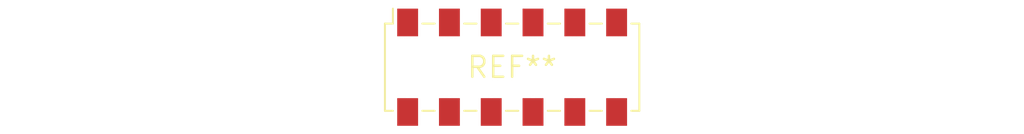
<source format=kicad_pcb>
(kicad_pcb (version 20240108) (generator pcbnew)
  (layers (0 "F.Cu" signal) (31 "B.Cu" signal) (34 "B.Paste" user) (35 "F.Paste" user) (36 "B.SilkS" user "B.Silkscreen") (37 "F.SilkS" user "F.Silkscreen") (38 "B.Mask" user) (39 "F.Mask" user) (44 "Edge.Cuts" user))
  (net 0 "")
  (footprint "Samtec_HLE-106-02-xxx-DV-BE-A_2x06_P2.54mm_Horizontal" (layer "F.Cu") (at 0 0)
    (property "Reference" "REF**")
    (property "Value" "Samtec_HLE-106-02-xxx-DV-BE-A_2x06_P2.54mm_Horizontal")
    (fp_line (start -7.73 -2.65) (end -7.73 2.65) (layer "F.SilkS") (stroke (width 0.12)))
    (fp_line (start -7.73 2.65) (end -7.245 2.65) (layer "F.SilkS") (stroke (width 0.12)))
    (fp_line (start -7.245 -3.56) (end -7.245 -2.65) (layer "F.SilkS") (stroke (width 0.12)))
    (fp_line (start -7.245 -2.65) (end -7.73 -2.65) (layer "F.SilkS") (stroke (width 0.12)))
    (fp_line (start -5.455 -2.65) (end -4.705 -2.65) (layer "F.SilkS") (stroke (width 0.12)))
    (fp_line (start -5.455 2.65) (end -4.705 2.65) (layer "F.SilkS") (stroke (width 0.12)))
    (fp_line (start -2.915 -2.65) (end -2.165 -2.65) (layer "F.SilkS") (stroke (width 0.12)))
    (fp_line (start -2.915 2.65) (end -2.165 2.65) (layer "F.SilkS") (stroke (width 0.12)))
    (fp_line (start -0.375 -2.65) (end 0.375 -2.65) (layer "F.SilkS") (stroke (width 0.12)))
    (fp_line (start -0.375 2.65) (end 0.375 2.65) (layer "F.SilkS") (stroke (width 0.12)))
    (fp_line (start 2.165 -2.65) (end 2.915 -2.65) (layer "F.SilkS") (stroke (width 0.12)))
    (fp_line (start 2.165 2.65) (end 2.915 2.65) (layer "F.SilkS") (stroke (width 0.12)))
    (fp_line (start 4.705 -2.65) (end 5.455 -2.65) (layer "F.SilkS") (stroke (width 0.12)))
    (fp_line (start 4.705 2.65) (end 5.455 2.65) (layer "F.SilkS") (stroke (width 0.12)))
    (fp_line (start 7.245 -2.65) (end 7.73 -2.65) (layer "F.SilkS") (stroke (width 0.12)))
    (fp_line (start 7.73 -2.65) (end 7.73 2.65) (layer "F.SilkS") (stroke (width 0.12)))
    (fp_line (start 7.73 2.65) (end 7.245 2.65) (layer "F.SilkS") (stroke (width 0.12)))
    (pad "" np_thru_hole circle (at -6.35 -1.27) (size 0.97 0.97) (drill 0.97) (layers *.Cu *.Mask))
    (pad "" np_thru_hole circle (at -6.35 1.27) (size 0.97 0.97) (drill 0.97) (layers *.Cu *.Mask))
    (pad "" np_thru_hole circle (at -5.08 0) (size 1.78 1.78) (drill 1.78) (layers *.Cu *.Mask))
    (pad "" np_thru_hole circle (at -3.81 -1.27) (size 0.97 0.97) (drill 0.97) (layers *.Cu *.Mask))
    (pad "" np_thru_hole circle (at -3.81 1.27) (size 0.97 0.97) (drill 0.97) (layers *.Cu *.Mask))
    (pad "" np_thru_hole circle (at -1.27 -1.27) (size 0.97 0.97) (drill 0.97) (layers *.Cu *.Mask))
    (pad "" np_thru_hole circle (at -1.27 1.27) (size 0.97 0.97) (drill 0.97) (layers *.Cu *.Mask))
    (pad "" np_thru_hole circle (at 1.27 -1.27) (size 0.97 0.97) (drill 0.97) (layers *.Cu *.Mask))
    (pad "" np_thru_hole circle (at 1.27 1.27) (size 0.97 0.97) (drill 0.97) (layers *.Cu *.Mask))
    (pad "" np_thru_hole circle (at 3.81 -1.27) (size 0.97 0.97) (drill 0.97) (layers *.Cu *.Mask))
    (pad "" np_thru_hole circle (at 3.81 1.27) (size 0.97 0.97) (drill 0.97) (layers *.Cu *.Mask))
    (pad "" np_thru_hole circle (at 5.08 0) (size 1.78 1.78) (drill 1.78) (layers *.Cu *.Mask))
    (pad "" np_thru_hole circle (at 6.35 -1.27) (size 0.97 0.97) (drill 0.97) (layers *.Cu *.Mask))
    (pad "" np_thru_hole circle (at 6.35 1.27) (size 0.97 0.97) (drill 0.97) (layers *.Cu *.Mask))
    (pad "1" smd rect (at -6.35 -2.72) (size 1.27 1.68) (layers "F.Cu" "F.Paste" "F.Mask"))
    (pad "2" smd rect (at -6.35 2.72) (size 1.27 1.68) (layers "F.Cu" "F.Paste" "F.Mask"))
    (pad "3" smd rect (at -3.81 -2.72) (size 1.27 1.68) (layers "F.Cu" "F.Paste" "F.Mask"))
    (pad "4" smd rect (at -3.81 2.72) (size 1.27 1.68) (layers "F.Cu" "F.Paste" "F.Mask"))
    (pad "5" smd rect (at -1.27 -2.72) (size 1.27 1.68) (layers "F.Cu" "F.Paste" "F.Mask"))
    (pad "6" smd rect (at -1.27 2.72) (size 1.27 1.68) (layers "F.Cu" "F.Paste" "F.Mask"))
    (pad "7" smd rect (at 1.27 -2.72) (size 1.27 1.68) (layers "F.Cu" "F.Paste" "F.Mask"))
    (pad "8" smd rect (at 1.27 2.72) (size 1.27 1.68) (layers "F.Cu" "F.Paste" "F.Mask"))
    (pad "9" smd rect (at 3.81 -2.72) (size 1.27 1.68) (layers "F.Cu" "F.Paste" "F.Mask"))
    (pad "10" smd rect (at 3.81 2.72) (size 1.27 1.68) (layers "F.Cu" "F.Paste" "F.Mask"))
    (pad "11" smd rect (at 6.35 -2.72) (size 1.27 1.68) (layers "F.Cu" "F.Paste" "F.Mask"))
    (pad "12" smd rect (at 6.35 2.72) (size 1.27 1.68) (layers "F.Cu" "F.Paste" "F.Mask"))
  )
)
</source>
